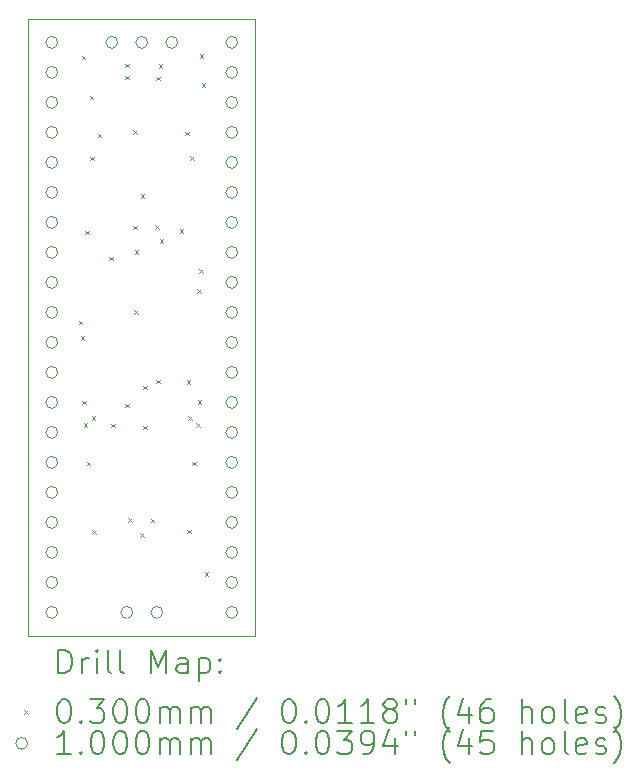
<source format=gbr>
%TF.GenerationSoftware,KiCad,Pcbnew,9.0.7*%
%TF.CreationDate,2026-01-28T19:45:31+11:00*%
%TF.ProjectId,16BitFlashROM_Adaptor,31364269-7446-46c6-9173-68524f4d5f41,rev?*%
%TF.SameCoordinates,Original*%
%TF.FileFunction,Drillmap*%
%TF.FilePolarity,Positive*%
%FSLAX45Y45*%
G04 Gerber Fmt 4.5, Leading zero omitted, Abs format (unit mm)*
G04 Created by KiCad (PCBNEW 9.0.7) date 2026-01-28 19:45:31*
%MOMM*%
%LPD*%
G01*
G04 APERTURE LIST*
%ADD10C,0.100000*%
%ADD11C,0.200000*%
G04 APERTURE END LIST*
D10*
X13770000Y-8690000D02*
X15694000Y-8690000D01*
X15694000Y-13916000D01*
X13770000Y-13916000D01*
X13770000Y-8690000D01*
D11*
D10*
X14199000Y-11247000D02*
X14229000Y-11277000D01*
X14229000Y-11247000D02*
X14199000Y-11277000D01*
X14215000Y-11377000D02*
X14245000Y-11407000D01*
X14245000Y-11377000D02*
X14215000Y-11407000D01*
X14222000Y-9004000D02*
X14252000Y-9034000D01*
X14252000Y-9004000D02*
X14222000Y-9034000D01*
X14227000Y-11923000D02*
X14257000Y-11953000D01*
X14257000Y-11923000D02*
X14227000Y-11953000D01*
X14242000Y-12115000D02*
X14272000Y-12145000D01*
X14272000Y-12115000D02*
X14242000Y-12145000D01*
X14251000Y-10486000D02*
X14281000Y-10516000D01*
X14281000Y-10486000D02*
X14251000Y-10516000D01*
X14264000Y-12441000D02*
X14294000Y-12471000D01*
X14294000Y-12441000D02*
X14264000Y-12471000D01*
X14290000Y-9340000D02*
X14320000Y-9370000D01*
X14320000Y-9340000D02*
X14290000Y-9370000D01*
X14294000Y-9857000D02*
X14324000Y-9887000D01*
X14324000Y-9857000D02*
X14294000Y-9887000D01*
X14307658Y-12053445D02*
X14337658Y-12083445D01*
X14337658Y-12053445D02*
X14307658Y-12083445D01*
X14313000Y-13020000D02*
X14343000Y-13050000D01*
X14343000Y-13020000D02*
X14313000Y-13050000D01*
X14357000Y-9663000D02*
X14387000Y-9693000D01*
X14387000Y-9663000D02*
X14357000Y-9693000D01*
X14454000Y-10706000D02*
X14484000Y-10736000D01*
X14484000Y-10706000D02*
X14454000Y-10736000D01*
X14472000Y-12117000D02*
X14502000Y-12147000D01*
X14502000Y-12117000D02*
X14472000Y-12147000D01*
X14590000Y-9069000D02*
X14620000Y-9099000D01*
X14620000Y-9069000D02*
X14590000Y-9099000D01*
X14590000Y-9174000D02*
X14620000Y-9204000D01*
X14620000Y-9174000D02*
X14590000Y-9204000D01*
X14592000Y-11949000D02*
X14622000Y-11979000D01*
X14622000Y-11949000D02*
X14592000Y-11979000D01*
X14619000Y-12921000D02*
X14649000Y-12951000D01*
X14649000Y-12921000D02*
X14619000Y-12951000D01*
X14659500Y-10443000D02*
X14689500Y-10473000D01*
X14689500Y-10443000D02*
X14659500Y-10473000D01*
X14661000Y-9633000D02*
X14691000Y-9663000D01*
X14691000Y-9633000D02*
X14661000Y-9663000D01*
X14668000Y-11157000D02*
X14698000Y-11187000D01*
X14698000Y-11157000D02*
X14668000Y-11187000D01*
X14671000Y-10648000D02*
X14701000Y-10678000D01*
X14701000Y-10648000D02*
X14671000Y-10678000D01*
X14719000Y-13047000D02*
X14749000Y-13077000D01*
X14749000Y-13047000D02*
X14719000Y-13077000D01*
X14724500Y-10174000D02*
X14754500Y-10204000D01*
X14754500Y-10174000D02*
X14724500Y-10204000D01*
X14742000Y-11798000D02*
X14772000Y-11828000D01*
X14772000Y-11798000D02*
X14742000Y-11828000D01*
X14744000Y-12135000D02*
X14774000Y-12165000D01*
X14774000Y-12135000D02*
X14744000Y-12165000D01*
X14809500Y-12923000D02*
X14839500Y-12953000D01*
X14839500Y-12923000D02*
X14809500Y-12953000D01*
X14844000Y-10440000D02*
X14874000Y-10470000D01*
X14874000Y-10440000D02*
X14844000Y-10470000D01*
X14855000Y-9179000D02*
X14885000Y-9209000D01*
X14885000Y-9179000D02*
X14855000Y-9209000D01*
X14856000Y-11746000D02*
X14886000Y-11776000D01*
X14886000Y-11746000D02*
X14856000Y-11776000D01*
X14877000Y-9076000D02*
X14907000Y-9106000D01*
X14907000Y-9076000D02*
X14877000Y-9106000D01*
X14883000Y-10559000D02*
X14913000Y-10589000D01*
X14913000Y-10559000D02*
X14883000Y-10589000D01*
X15054500Y-10474250D02*
X15084500Y-10504250D01*
X15084500Y-10474250D02*
X15054500Y-10504250D01*
X15101000Y-9646000D02*
X15131000Y-9676000D01*
X15131000Y-9646000D02*
X15101000Y-9676000D01*
X15114000Y-11751000D02*
X15144000Y-11781000D01*
X15144000Y-11751000D02*
X15114000Y-11781000D01*
X15118000Y-13015000D02*
X15148000Y-13045000D01*
X15148000Y-13015000D02*
X15118000Y-13045000D01*
X15123525Y-12056595D02*
X15153525Y-12086595D01*
X15153525Y-12056595D02*
X15123525Y-12086595D01*
X15142000Y-9854000D02*
X15172000Y-9884000D01*
X15172000Y-9854000D02*
X15142000Y-9884000D01*
X15158000Y-12441000D02*
X15188000Y-12471000D01*
X15188000Y-12441000D02*
X15158000Y-12471000D01*
X15192000Y-12115000D02*
X15222000Y-12145000D01*
X15222000Y-12115000D02*
X15192000Y-12145000D01*
X15201000Y-10982250D02*
X15231000Y-11012250D01*
X15231000Y-10982250D02*
X15201000Y-11012250D01*
X15207000Y-11921000D02*
X15237000Y-11951000D01*
X15237000Y-11921000D02*
X15207000Y-11951000D01*
X15217000Y-10811000D02*
X15247000Y-10841000D01*
X15247000Y-10811000D02*
X15217000Y-10841000D01*
X15222000Y-8992000D02*
X15252000Y-9022000D01*
X15252000Y-8992000D02*
X15222000Y-9022000D01*
X15238000Y-9238000D02*
X15268000Y-9268000D01*
X15268000Y-9238000D02*
X15238000Y-9268000D01*
X15265000Y-13377000D02*
X15295000Y-13407000D01*
X15295000Y-13377000D02*
X15265000Y-13407000D01*
X14020000Y-8890000D02*
G75*
G02*
X13920000Y-8890000I-50000J0D01*
G01*
X13920000Y-8890000D02*
G75*
G02*
X14020000Y-8890000I50000J0D01*
G01*
X14020000Y-9144000D02*
G75*
G02*
X13920000Y-9144000I-50000J0D01*
G01*
X13920000Y-9144000D02*
G75*
G02*
X14020000Y-9144000I50000J0D01*
G01*
X14020000Y-9398000D02*
G75*
G02*
X13920000Y-9398000I-50000J0D01*
G01*
X13920000Y-9398000D02*
G75*
G02*
X14020000Y-9398000I50000J0D01*
G01*
X14020000Y-9652000D02*
G75*
G02*
X13920000Y-9652000I-50000J0D01*
G01*
X13920000Y-9652000D02*
G75*
G02*
X14020000Y-9652000I50000J0D01*
G01*
X14020000Y-9906000D02*
G75*
G02*
X13920000Y-9906000I-50000J0D01*
G01*
X13920000Y-9906000D02*
G75*
G02*
X14020000Y-9906000I50000J0D01*
G01*
X14020000Y-10160000D02*
G75*
G02*
X13920000Y-10160000I-50000J0D01*
G01*
X13920000Y-10160000D02*
G75*
G02*
X14020000Y-10160000I50000J0D01*
G01*
X14020000Y-10414000D02*
G75*
G02*
X13920000Y-10414000I-50000J0D01*
G01*
X13920000Y-10414000D02*
G75*
G02*
X14020000Y-10414000I50000J0D01*
G01*
X14020000Y-10668000D02*
G75*
G02*
X13920000Y-10668000I-50000J0D01*
G01*
X13920000Y-10668000D02*
G75*
G02*
X14020000Y-10668000I50000J0D01*
G01*
X14020000Y-10922000D02*
G75*
G02*
X13920000Y-10922000I-50000J0D01*
G01*
X13920000Y-10922000D02*
G75*
G02*
X14020000Y-10922000I50000J0D01*
G01*
X14020000Y-11176000D02*
G75*
G02*
X13920000Y-11176000I-50000J0D01*
G01*
X13920000Y-11176000D02*
G75*
G02*
X14020000Y-11176000I50000J0D01*
G01*
X14020000Y-11430000D02*
G75*
G02*
X13920000Y-11430000I-50000J0D01*
G01*
X13920000Y-11430000D02*
G75*
G02*
X14020000Y-11430000I50000J0D01*
G01*
X14020000Y-11684000D02*
G75*
G02*
X13920000Y-11684000I-50000J0D01*
G01*
X13920000Y-11684000D02*
G75*
G02*
X14020000Y-11684000I50000J0D01*
G01*
X14020000Y-11938000D02*
G75*
G02*
X13920000Y-11938000I-50000J0D01*
G01*
X13920000Y-11938000D02*
G75*
G02*
X14020000Y-11938000I50000J0D01*
G01*
X14020000Y-12192000D02*
G75*
G02*
X13920000Y-12192000I-50000J0D01*
G01*
X13920000Y-12192000D02*
G75*
G02*
X14020000Y-12192000I50000J0D01*
G01*
X14020000Y-12446000D02*
G75*
G02*
X13920000Y-12446000I-50000J0D01*
G01*
X13920000Y-12446000D02*
G75*
G02*
X14020000Y-12446000I50000J0D01*
G01*
X14020000Y-12700000D02*
G75*
G02*
X13920000Y-12700000I-50000J0D01*
G01*
X13920000Y-12700000D02*
G75*
G02*
X14020000Y-12700000I50000J0D01*
G01*
X14020000Y-12954000D02*
G75*
G02*
X13920000Y-12954000I-50000J0D01*
G01*
X13920000Y-12954000D02*
G75*
G02*
X14020000Y-12954000I50000J0D01*
G01*
X14020000Y-13208000D02*
G75*
G02*
X13920000Y-13208000I-50000J0D01*
G01*
X13920000Y-13208000D02*
G75*
G02*
X14020000Y-13208000I50000J0D01*
G01*
X14020000Y-13462000D02*
G75*
G02*
X13920000Y-13462000I-50000J0D01*
G01*
X13920000Y-13462000D02*
G75*
G02*
X14020000Y-13462000I50000J0D01*
G01*
X14020000Y-13716000D02*
G75*
G02*
X13920000Y-13716000I-50000J0D01*
G01*
X13920000Y-13716000D02*
G75*
G02*
X14020000Y-13716000I50000J0D01*
G01*
X14528000Y-8890000D02*
G75*
G02*
X14428000Y-8890000I-50000J0D01*
G01*
X14428000Y-8890000D02*
G75*
G02*
X14528000Y-8890000I50000J0D01*
G01*
X14654500Y-13716000D02*
G75*
G02*
X14554500Y-13716000I-50000J0D01*
G01*
X14554500Y-13716000D02*
G75*
G02*
X14654500Y-13716000I50000J0D01*
G01*
X14782000Y-8890000D02*
G75*
G02*
X14682000Y-8890000I-50000J0D01*
G01*
X14682000Y-8890000D02*
G75*
G02*
X14782000Y-8890000I50000J0D01*
G01*
X14908500Y-13716000D02*
G75*
G02*
X14808500Y-13716000I-50000J0D01*
G01*
X14808500Y-13716000D02*
G75*
G02*
X14908500Y-13716000I50000J0D01*
G01*
X15036000Y-8890000D02*
G75*
G02*
X14936000Y-8890000I-50000J0D01*
G01*
X14936000Y-8890000D02*
G75*
G02*
X15036000Y-8890000I50000J0D01*
G01*
X15544000Y-8890000D02*
G75*
G02*
X15444000Y-8890000I-50000J0D01*
G01*
X15444000Y-8890000D02*
G75*
G02*
X15544000Y-8890000I50000J0D01*
G01*
X15544000Y-9144000D02*
G75*
G02*
X15444000Y-9144000I-50000J0D01*
G01*
X15444000Y-9144000D02*
G75*
G02*
X15544000Y-9144000I50000J0D01*
G01*
X15544000Y-9398000D02*
G75*
G02*
X15444000Y-9398000I-50000J0D01*
G01*
X15444000Y-9398000D02*
G75*
G02*
X15544000Y-9398000I50000J0D01*
G01*
X15544000Y-9652000D02*
G75*
G02*
X15444000Y-9652000I-50000J0D01*
G01*
X15444000Y-9652000D02*
G75*
G02*
X15544000Y-9652000I50000J0D01*
G01*
X15544000Y-9906000D02*
G75*
G02*
X15444000Y-9906000I-50000J0D01*
G01*
X15444000Y-9906000D02*
G75*
G02*
X15544000Y-9906000I50000J0D01*
G01*
X15544000Y-10160000D02*
G75*
G02*
X15444000Y-10160000I-50000J0D01*
G01*
X15444000Y-10160000D02*
G75*
G02*
X15544000Y-10160000I50000J0D01*
G01*
X15544000Y-10414000D02*
G75*
G02*
X15444000Y-10414000I-50000J0D01*
G01*
X15444000Y-10414000D02*
G75*
G02*
X15544000Y-10414000I50000J0D01*
G01*
X15544000Y-10668000D02*
G75*
G02*
X15444000Y-10668000I-50000J0D01*
G01*
X15444000Y-10668000D02*
G75*
G02*
X15544000Y-10668000I50000J0D01*
G01*
X15544000Y-10922000D02*
G75*
G02*
X15444000Y-10922000I-50000J0D01*
G01*
X15444000Y-10922000D02*
G75*
G02*
X15544000Y-10922000I50000J0D01*
G01*
X15544000Y-11176000D02*
G75*
G02*
X15444000Y-11176000I-50000J0D01*
G01*
X15444000Y-11176000D02*
G75*
G02*
X15544000Y-11176000I50000J0D01*
G01*
X15544000Y-11430000D02*
G75*
G02*
X15444000Y-11430000I-50000J0D01*
G01*
X15444000Y-11430000D02*
G75*
G02*
X15544000Y-11430000I50000J0D01*
G01*
X15544000Y-11684000D02*
G75*
G02*
X15444000Y-11684000I-50000J0D01*
G01*
X15444000Y-11684000D02*
G75*
G02*
X15544000Y-11684000I50000J0D01*
G01*
X15544000Y-11938000D02*
G75*
G02*
X15444000Y-11938000I-50000J0D01*
G01*
X15444000Y-11938000D02*
G75*
G02*
X15544000Y-11938000I50000J0D01*
G01*
X15544000Y-12192000D02*
G75*
G02*
X15444000Y-12192000I-50000J0D01*
G01*
X15444000Y-12192000D02*
G75*
G02*
X15544000Y-12192000I50000J0D01*
G01*
X15544000Y-12446000D02*
G75*
G02*
X15444000Y-12446000I-50000J0D01*
G01*
X15444000Y-12446000D02*
G75*
G02*
X15544000Y-12446000I50000J0D01*
G01*
X15544000Y-12700000D02*
G75*
G02*
X15444000Y-12700000I-50000J0D01*
G01*
X15444000Y-12700000D02*
G75*
G02*
X15544000Y-12700000I50000J0D01*
G01*
X15544000Y-12954000D02*
G75*
G02*
X15444000Y-12954000I-50000J0D01*
G01*
X15444000Y-12954000D02*
G75*
G02*
X15544000Y-12954000I50000J0D01*
G01*
X15544000Y-13208000D02*
G75*
G02*
X15444000Y-13208000I-50000J0D01*
G01*
X15444000Y-13208000D02*
G75*
G02*
X15544000Y-13208000I50000J0D01*
G01*
X15544000Y-13462000D02*
G75*
G02*
X15444000Y-13462000I-50000J0D01*
G01*
X15444000Y-13462000D02*
G75*
G02*
X15544000Y-13462000I50000J0D01*
G01*
X15544000Y-13716000D02*
G75*
G02*
X15444000Y-13716000I-50000J0D01*
G01*
X15444000Y-13716000D02*
G75*
G02*
X15544000Y-13716000I50000J0D01*
G01*
D11*
X14025777Y-14232484D02*
X14025777Y-14032484D01*
X14025777Y-14032484D02*
X14073396Y-14032484D01*
X14073396Y-14032484D02*
X14101967Y-14042008D01*
X14101967Y-14042008D02*
X14121015Y-14061055D01*
X14121015Y-14061055D02*
X14130539Y-14080103D01*
X14130539Y-14080103D02*
X14140062Y-14118198D01*
X14140062Y-14118198D02*
X14140062Y-14146769D01*
X14140062Y-14146769D02*
X14130539Y-14184865D01*
X14130539Y-14184865D02*
X14121015Y-14203912D01*
X14121015Y-14203912D02*
X14101967Y-14222960D01*
X14101967Y-14222960D02*
X14073396Y-14232484D01*
X14073396Y-14232484D02*
X14025777Y-14232484D01*
X14225777Y-14232484D02*
X14225777Y-14099150D01*
X14225777Y-14137246D02*
X14235301Y-14118198D01*
X14235301Y-14118198D02*
X14244824Y-14108674D01*
X14244824Y-14108674D02*
X14263872Y-14099150D01*
X14263872Y-14099150D02*
X14282920Y-14099150D01*
X14349586Y-14232484D02*
X14349586Y-14099150D01*
X14349586Y-14032484D02*
X14340062Y-14042008D01*
X14340062Y-14042008D02*
X14349586Y-14051531D01*
X14349586Y-14051531D02*
X14359110Y-14042008D01*
X14359110Y-14042008D02*
X14349586Y-14032484D01*
X14349586Y-14032484D02*
X14349586Y-14051531D01*
X14473396Y-14232484D02*
X14454348Y-14222960D01*
X14454348Y-14222960D02*
X14444824Y-14203912D01*
X14444824Y-14203912D02*
X14444824Y-14032484D01*
X14578158Y-14232484D02*
X14559110Y-14222960D01*
X14559110Y-14222960D02*
X14549586Y-14203912D01*
X14549586Y-14203912D02*
X14549586Y-14032484D01*
X14806729Y-14232484D02*
X14806729Y-14032484D01*
X14806729Y-14032484D02*
X14873396Y-14175341D01*
X14873396Y-14175341D02*
X14940062Y-14032484D01*
X14940062Y-14032484D02*
X14940062Y-14232484D01*
X15121015Y-14232484D02*
X15121015Y-14127722D01*
X15121015Y-14127722D02*
X15111491Y-14108674D01*
X15111491Y-14108674D02*
X15092443Y-14099150D01*
X15092443Y-14099150D02*
X15054348Y-14099150D01*
X15054348Y-14099150D02*
X15035301Y-14108674D01*
X15121015Y-14222960D02*
X15101967Y-14232484D01*
X15101967Y-14232484D02*
X15054348Y-14232484D01*
X15054348Y-14232484D02*
X15035301Y-14222960D01*
X15035301Y-14222960D02*
X15025777Y-14203912D01*
X15025777Y-14203912D02*
X15025777Y-14184865D01*
X15025777Y-14184865D02*
X15035301Y-14165817D01*
X15035301Y-14165817D02*
X15054348Y-14156293D01*
X15054348Y-14156293D02*
X15101967Y-14156293D01*
X15101967Y-14156293D02*
X15121015Y-14146769D01*
X15216253Y-14099150D02*
X15216253Y-14299150D01*
X15216253Y-14108674D02*
X15235301Y-14099150D01*
X15235301Y-14099150D02*
X15273396Y-14099150D01*
X15273396Y-14099150D02*
X15292443Y-14108674D01*
X15292443Y-14108674D02*
X15301967Y-14118198D01*
X15301967Y-14118198D02*
X15311491Y-14137246D01*
X15311491Y-14137246D02*
X15311491Y-14194388D01*
X15311491Y-14194388D02*
X15301967Y-14213436D01*
X15301967Y-14213436D02*
X15292443Y-14222960D01*
X15292443Y-14222960D02*
X15273396Y-14232484D01*
X15273396Y-14232484D02*
X15235301Y-14232484D01*
X15235301Y-14232484D02*
X15216253Y-14222960D01*
X15397205Y-14213436D02*
X15406729Y-14222960D01*
X15406729Y-14222960D02*
X15397205Y-14232484D01*
X15397205Y-14232484D02*
X15387682Y-14222960D01*
X15387682Y-14222960D02*
X15397205Y-14213436D01*
X15397205Y-14213436D02*
X15397205Y-14232484D01*
X15397205Y-14108674D02*
X15406729Y-14118198D01*
X15406729Y-14118198D02*
X15397205Y-14127722D01*
X15397205Y-14127722D02*
X15387682Y-14118198D01*
X15387682Y-14118198D02*
X15397205Y-14108674D01*
X15397205Y-14108674D02*
X15397205Y-14127722D01*
D10*
X13735000Y-14546000D02*
X13765000Y-14576000D01*
X13765000Y-14546000D02*
X13735000Y-14576000D01*
D11*
X14063872Y-14452484D02*
X14082920Y-14452484D01*
X14082920Y-14452484D02*
X14101967Y-14462008D01*
X14101967Y-14462008D02*
X14111491Y-14471531D01*
X14111491Y-14471531D02*
X14121015Y-14490579D01*
X14121015Y-14490579D02*
X14130539Y-14528674D01*
X14130539Y-14528674D02*
X14130539Y-14576293D01*
X14130539Y-14576293D02*
X14121015Y-14614388D01*
X14121015Y-14614388D02*
X14111491Y-14633436D01*
X14111491Y-14633436D02*
X14101967Y-14642960D01*
X14101967Y-14642960D02*
X14082920Y-14652484D01*
X14082920Y-14652484D02*
X14063872Y-14652484D01*
X14063872Y-14652484D02*
X14044824Y-14642960D01*
X14044824Y-14642960D02*
X14035301Y-14633436D01*
X14035301Y-14633436D02*
X14025777Y-14614388D01*
X14025777Y-14614388D02*
X14016253Y-14576293D01*
X14016253Y-14576293D02*
X14016253Y-14528674D01*
X14016253Y-14528674D02*
X14025777Y-14490579D01*
X14025777Y-14490579D02*
X14035301Y-14471531D01*
X14035301Y-14471531D02*
X14044824Y-14462008D01*
X14044824Y-14462008D02*
X14063872Y-14452484D01*
X14216253Y-14633436D02*
X14225777Y-14642960D01*
X14225777Y-14642960D02*
X14216253Y-14652484D01*
X14216253Y-14652484D02*
X14206729Y-14642960D01*
X14206729Y-14642960D02*
X14216253Y-14633436D01*
X14216253Y-14633436D02*
X14216253Y-14652484D01*
X14292443Y-14452484D02*
X14416253Y-14452484D01*
X14416253Y-14452484D02*
X14349586Y-14528674D01*
X14349586Y-14528674D02*
X14378158Y-14528674D01*
X14378158Y-14528674D02*
X14397205Y-14538198D01*
X14397205Y-14538198D02*
X14406729Y-14547722D01*
X14406729Y-14547722D02*
X14416253Y-14566769D01*
X14416253Y-14566769D02*
X14416253Y-14614388D01*
X14416253Y-14614388D02*
X14406729Y-14633436D01*
X14406729Y-14633436D02*
X14397205Y-14642960D01*
X14397205Y-14642960D02*
X14378158Y-14652484D01*
X14378158Y-14652484D02*
X14321015Y-14652484D01*
X14321015Y-14652484D02*
X14301967Y-14642960D01*
X14301967Y-14642960D02*
X14292443Y-14633436D01*
X14540062Y-14452484D02*
X14559110Y-14452484D01*
X14559110Y-14452484D02*
X14578158Y-14462008D01*
X14578158Y-14462008D02*
X14587682Y-14471531D01*
X14587682Y-14471531D02*
X14597205Y-14490579D01*
X14597205Y-14490579D02*
X14606729Y-14528674D01*
X14606729Y-14528674D02*
X14606729Y-14576293D01*
X14606729Y-14576293D02*
X14597205Y-14614388D01*
X14597205Y-14614388D02*
X14587682Y-14633436D01*
X14587682Y-14633436D02*
X14578158Y-14642960D01*
X14578158Y-14642960D02*
X14559110Y-14652484D01*
X14559110Y-14652484D02*
X14540062Y-14652484D01*
X14540062Y-14652484D02*
X14521015Y-14642960D01*
X14521015Y-14642960D02*
X14511491Y-14633436D01*
X14511491Y-14633436D02*
X14501967Y-14614388D01*
X14501967Y-14614388D02*
X14492443Y-14576293D01*
X14492443Y-14576293D02*
X14492443Y-14528674D01*
X14492443Y-14528674D02*
X14501967Y-14490579D01*
X14501967Y-14490579D02*
X14511491Y-14471531D01*
X14511491Y-14471531D02*
X14521015Y-14462008D01*
X14521015Y-14462008D02*
X14540062Y-14452484D01*
X14730539Y-14452484D02*
X14749586Y-14452484D01*
X14749586Y-14452484D02*
X14768634Y-14462008D01*
X14768634Y-14462008D02*
X14778158Y-14471531D01*
X14778158Y-14471531D02*
X14787682Y-14490579D01*
X14787682Y-14490579D02*
X14797205Y-14528674D01*
X14797205Y-14528674D02*
X14797205Y-14576293D01*
X14797205Y-14576293D02*
X14787682Y-14614388D01*
X14787682Y-14614388D02*
X14778158Y-14633436D01*
X14778158Y-14633436D02*
X14768634Y-14642960D01*
X14768634Y-14642960D02*
X14749586Y-14652484D01*
X14749586Y-14652484D02*
X14730539Y-14652484D01*
X14730539Y-14652484D02*
X14711491Y-14642960D01*
X14711491Y-14642960D02*
X14701967Y-14633436D01*
X14701967Y-14633436D02*
X14692443Y-14614388D01*
X14692443Y-14614388D02*
X14682920Y-14576293D01*
X14682920Y-14576293D02*
X14682920Y-14528674D01*
X14682920Y-14528674D02*
X14692443Y-14490579D01*
X14692443Y-14490579D02*
X14701967Y-14471531D01*
X14701967Y-14471531D02*
X14711491Y-14462008D01*
X14711491Y-14462008D02*
X14730539Y-14452484D01*
X14882920Y-14652484D02*
X14882920Y-14519150D01*
X14882920Y-14538198D02*
X14892443Y-14528674D01*
X14892443Y-14528674D02*
X14911491Y-14519150D01*
X14911491Y-14519150D02*
X14940063Y-14519150D01*
X14940063Y-14519150D02*
X14959110Y-14528674D01*
X14959110Y-14528674D02*
X14968634Y-14547722D01*
X14968634Y-14547722D02*
X14968634Y-14652484D01*
X14968634Y-14547722D02*
X14978158Y-14528674D01*
X14978158Y-14528674D02*
X14997205Y-14519150D01*
X14997205Y-14519150D02*
X15025777Y-14519150D01*
X15025777Y-14519150D02*
X15044824Y-14528674D01*
X15044824Y-14528674D02*
X15054348Y-14547722D01*
X15054348Y-14547722D02*
X15054348Y-14652484D01*
X15149586Y-14652484D02*
X15149586Y-14519150D01*
X15149586Y-14538198D02*
X15159110Y-14528674D01*
X15159110Y-14528674D02*
X15178158Y-14519150D01*
X15178158Y-14519150D02*
X15206729Y-14519150D01*
X15206729Y-14519150D02*
X15225777Y-14528674D01*
X15225777Y-14528674D02*
X15235301Y-14547722D01*
X15235301Y-14547722D02*
X15235301Y-14652484D01*
X15235301Y-14547722D02*
X15244824Y-14528674D01*
X15244824Y-14528674D02*
X15263872Y-14519150D01*
X15263872Y-14519150D02*
X15292443Y-14519150D01*
X15292443Y-14519150D02*
X15311491Y-14528674D01*
X15311491Y-14528674D02*
X15321015Y-14547722D01*
X15321015Y-14547722D02*
X15321015Y-14652484D01*
X15711491Y-14442960D02*
X15540063Y-14700103D01*
X15968634Y-14452484D02*
X15987682Y-14452484D01*
X15987682Y-14452484D02*
X16006729Y-14462008D01*
X16006729Y-14462008D02*
X16016253Y-14471531D01*
X16016253Y-14471531D02*
X16025777Y-14490579D01*
X16025777Y-14490579D02*
X16035301Y-14528674D01*
X16035301Y-14528674D02*
X16035301Y-14576293D01*
X16035301Y-14576293D02*
X16025777Y-14614388D01*
X16025777Y-14614388D02*
X16016253Y-14633436D01*
X16016253Y-14633436D02*
X16006729Y-14642960D01*
X16006729Y-14642960D02*
X15987682Y-14652484D01*
X15987682Y-14652484D02*
X15968634Y-14652484D01*
X15968634Y-14652484D02*
X15949586Y-14642960D01*
X15949586Y-14642960D02*
X15940063Y-14633436D01*
X15940063Y-14633436D02*
X15930539Y-14614388D01*
X15930539Y-14614388D02*
X15921015Y-14576293D01*
X15921015Y-14576293D02*
X15921015Y-14528674D01*
X15921015Y-14528674D02*
X15930539Y-14490579D01*
X15930539Y-14490579D02*
X15940063Y-14471531D01*
X15940063Y-14471531D02*
X15949586Y-14462008D01*
X15949586Y-14462008D02*
X15968634Y-14452484D01*
X16121015Y-14633436D02*
X16130539Y-14642960D01*
X16130539Y-14642960D02*
X16121015Y-14652484D01*
X16121015Y-14652484D02*
X16111491Y-14642960D01*
X16111491Y-14642960D02*
X16121015Y-14633436D01*
X16121015Y-14633436D02*
X16121015Y-14652484D01*
X16254348Y-14452484D02*
X16273396Y-14452484D01*
X16273396Y-14452484D02*
X16292444Y-14462008D01*
X16292444Y-14462008D02*
X16301967Y-14471531D01*
X16301967Y-14471531D02*
X16311491Y-14490579D01*
X16311491Y-14490579D02*
X16321015Y-14528674D01*
X16321015Y-14528674D02*
X16321015Y-14576293D01*
X16321015Y-14576293D02*
X16311491Y-14614388D01*
X16311491Y-14614388D02*
X16301967Y-14633436D01*
X16301967Y-14633436D02*
X16292444Y-14642960D01*
X16292444Y-14642960D02*
X16273396Y-14652484D01*
X16273396Y-14652484D02*
X16254348Y-14652484D01*
X16254348Y-14652484D02*
X16235301Y-14642960D01*
X16235301Y-14642960D02*
X16225777Y-14633436D01*
X16225777Y-14633436D02*
X16216253Y-14614388D01*
X16216253Y-14614388D02*
X16206729Y-14576293D01*
X16206729Y-14576293D02*
X16206729Y-14528674D01*
X16206729Y-14528674D02*
X16216253Y-14490579D01*
X16216253Y-14490579D02*
X16225777Y-14471531D01*
X16225777Y-14471531D02*
X16235301Y-14462008D01*
X16235301Y-14462008D02*
X16254348Y-14452484D01*
X16511491Y-14652484D02*
X16397206Y-14652484D01*
X16454348Y-14652484D02*
X16454348Y-14452484D01*
X16454348Y-14452484D02*
X16435301Y-14481055D01*
X16435301Y-14481055D02*
X16416253Y-14500103D01*
X16416253Y-14500103D02*
X16397206Y-14509627D01*
X16701967Y-14652484D02*
X16587682Y-14652484D01*
X16644825Y-14652484D02*
X16644825Y-14452484D01*
X16644825Y-14452484D02*
X16625777Y-14481055D01*
X16625777Y-14481055D02*
X16606729Y-14500103D01*
X16606729Y-14500103D02*
X16587682Y-14509627D01*
X16816253Y-14538198D02*
X16797206Y-14528674D01*
X16797206Y-14528674D02*
X16787682Y-14519150D01*
X16787682Y-14519150D02*
X16778158Y-14500103D01*
X16778158Y-14500103D02*
X16778158Y-14490579D01*
X16778158Y-14490579D02*
X16787682Y-14471531D01*
X16787682Y-14471531D02*
X16797206Y-14462008D01*
X16797206Y-14462008D02*
X16816253Y-14452484D01*
X16816253Y-14452484D02*
X16854349Y-14452484D01*
X16854349Y-14452484D02*
X16873396Y-14462008D01*
X16873396Y-14462008D02*
X16882920Y-14471531D01*
X16882920Y-14471531D02*
X16892444Y-14490579D01*
X16892444Y-14490579D02*
X16892444Y-14500103D01*
X16892444Y-14500103D02*
X16882920Y-14519150D01*
X16882920Y-14519150D02*
X16873396Y-14528674D01*
X16873396Y-14528674D02*
X16854349Y-14538198D01*
X16854349Y-14538198D02*
X16816253Y-14538198D01*
X16816253Y-14538198D02*
X16797206Y-14547722D01*
X16797206Y-14547722D02*
X16787682Y-14557246D01*
X16787682Y-14557246D02*
X16778158Y-14576293D01*
X16778158Y-14576293D02*
X16778158Y-14614388D01*
X16778158Y-14614388D02*
X16787682Y-14633436D01*
X16787682Y-14633436D02*
X16797206Y-14642960D01*
X16797206Y-14642960D02*
X16816253Y-14652484D01*
X16816253Y-14652484D02*
X16854349Y-14652484D01*
X16854349Y-14652484D02*
X16873396Y-14642960D01*
X16873396Y-14642960D02*
X16882920Y-14633436D01*
X16882920Y-14633436D02*
X16892444Y-14614388D01*
X16892444Y-14614388D02*
X16892444Y-14576293D01*
X16892444Y-14576293D02*
X16882920Y-14557246D01*
X16882920Y-14557246D02*
X16873396Y-14547722D01*
X16873396Y-14547722D02*
X16854349Y-14538198D01*
X16968634Y-14452484D02*
X16968634Y-14490579D01*
X17044825Y-14452484D02*
X17044825Y-14490579D01*
X17340063Y-14728674D02*
X17330539Y-14719150D01*
X17330539Y-14719150D02*
X17311491Y-14690579D01*
X17311491Y-14690579D02*
X17301968Y-14671531D01*
X17301968Y-14671531D02*
X17292444Y-14642960D01*
X17292444Y-14642960D02*
X17282920Y-14595341D01*
X17282920Y-14595341D02*
X17282920Y-14557246D01*
X17282920Y-14557246D02*
X17292444Y-14509627D01*
X17292444Y-14509627D02*
X17301968Y-14481055D01*
X17301968Y-14481055D02*
X17311491Y-14462008D01*
X17311491Y-14462008D02*
X17330539Y-14433436D01*
X17330539Y-14433436D02*
X17340063Y-14423912D01*
X17501968Y-14519150D02*
X17501968Y-14652484D01*
X17454349Y-14442960D02*
X17406730Y-14585817D01*
X17406730Y-14585817D02*
X17530539Y-14585817D01*
X17692444Y-14452484D02*
X17654349Y-14452484D01*
X17654349Y-14452484D02*
X17635301Y-14462008D01*
X17635301Y-14462008D02*
X17625777Y-14471531D01*
X17625777Y-14471531D02*
X17606730Y-14500103D01*
X17606730Y-14500103D02*
X17597206Y-14538198D01*
X17597206Y-14538198D02*
X17597206Y-14614388D01*
X17597206Y-14614388D02*
X17606730Y-14633436D01*
X17606730Y-14633436D02*
X17616253Y-14642960D01*
X17616253Y-14642960D02*
X17635301Y-14652484D01*
X17635301Y-14652484D02*
X17673396Y-14652484D01*
X17673396Y-14652484D02*
X17692444Y-14642960D01*
X17692444Y-14642960D02*
X17701968Y-14633436D01*
X17701968Y-14633436D02*
X17711491Y-14614388D01*
X17711491Y-14614388D02*
X17711491Y-14566769D01*
X17711491Y-14566769D02*
X17701968Y-14547722D01*
X17701968Y-14547722D02*
X17692444Y-14538198D01*
X17692444Y-14538198D02*
X17673396Y-14528674D01*
X17673396Y-14528674D02*
X17635301Y-14528674D01*
X17635301Y-14528674D02*
X17616253Y-14538198D01*
X17616253Y-14538198D02*
X17606730Y-14547722D01*
X17606730Y-14547722D02*
X17597206Y-14566769D01*
X17949587Y-14652484D02*
X17949587Y-14452484D01*
X18035301Y-14652484D02*
X18035301Y-14547722D01*
X18035301Y-14547722D02*
X18025777Y-14528674D01*
X18025777Y-14528674D02*
X18006730Y-14519150D01*
X18006730Y-14519150D02*
X17978158Y-14519150D01*
X17978158Y-14519150D02*
X17959111Y-14528674D01*
X17959111Y-14528674D02*
X17949587Y-14538198D01*
X18159111Y-14652484D02*
X18140063Y-14642960D01*
X18140063Y-14642960D02*
X18130539Y-14633436D01*
X18130539Y-14633436D02*
X18121015Y-14614388D01*
X18121015Y-14614388D02*
X18121015Y-14557246D01*
X18121015Y-14557246D02*
X18130539Y-14538198D01*
X18130539Y-14538198D02*
X18140063Y-14528674D01*
X18140063Y-14528674D02*
X18159111Y-14519150D01*
X18159111Y-14519150D02*
X18187682Y-14519150D01*
X18187682Y-14519150D02*
X18206730Y-14528674D01*
X18206730Y-14528674D02*
X18216253Y-14538198D01*
X18216253Y-14538198D02*
X18225777Y-14557246D01*
X18225777Y-14557246D02*
X18225777Y-14614388D01*
X18225777Y-14614388D02*
X18216253Y-14633436D01*
X18216253Y-14633436D02*
X18206730Y-14642960D01*
X18206730Y-14642960D02*
X18187682Y-14652484D01*
X18187682Y-14652484D02*
X18159111Y-14652484D01*
X18340063Y-14652484D02*
X18321015Y-14642960D01*
X18321015Y-14642960D02*
X18311492Y-14623912D01*
X18311492Y-14623912D02*
X18311492Y-14452484D01*
X18492444Y-14642960D02*
X18473396Y-14652484D01*
X18473396Y-14652484D02*
X18435301Y-14652484D01*
X18435301Y-14652484D02*
X18416253Y-14642960D01*
X18416253Y-14642960D02*
X18406730Y-14623912D01*
X18406730Y-14623912D02*
X18406730Y-14547722D01*
X18406730Y-14547722D02*
X18416253Y-14528674D01*
X18416253Y-14528674D02*
X18435301Y-14519150D01*
X18435301Y-14519150D02*
X18473396Y-14519150D01*
X18473396Y-14519150D02*
X18492444Y-14528674D01*
X18492444Y-14528674D02*
X18501968Y-14547722D01*
X18501968Y-14547722D02*
X18501968Y-14566769D01*
X18501968Y-14566769D02*
X18406730Y-14585817D01*
X18578158Y-14642960D02*
X18597206Y-14652484D01*
X18597206Y-14652484D02*
X18635301Y-14652484D01*
X18635301Y-14652484D02*
X18654349Y-14642960D01*
X18654349Y-14642960D02*
X18663873Y-14623912D01*
X18663873Y-14623912D02*
X18663873Y-14614388D01*
X18663873Y-14614388D02*
X18654349Y-14595341D01*
X18654349Y-14595341D02*
X18635301Y-14585817D01*
X18635301Y-14585817D02*
X18606730Y-14585817D01*
X18606730Y-14585817D02*
X18587682Y-14576293D01*
X18587682Y-14576293D02*
X18578158Y-14557246D01*
X18578158Y-14557246D02*
X18578158Y-14547722D01*
X18578158Y-14547722D02*
X18587682Y-14528674D01*
X18587682Y-14528674D02*
X18606730Y-14519150D01*
X18606730Y-14519150D02*
X18635301Y-14519150D01*
X18635301Y-14519150D02*
X18654349Y-14528674D01*
X18730539Y-14728674D02*
X18740063Y-14719150D01*
X18740063Y-14719150D02*
X18759111Y-14690579D01*
X18759111Y-14690579D02*
X18768634Y-14671531D01*
X18768634Y-14671531D02*
X18778158Y-14642960D01*
X18778158Y-14642960D02*
X18787682Y-14595341D01*
X18787682Y-14595341D02*
X18787682Y-14557246D01*
X18787682Y-14557246D02*
X18778158Y-14509627D01*
X18778158Y-14509627D02*
X18768634Y-14481055D01*
X18768634Y-14481055D02*
X18759111Y-14462008D01*
X18759111Y-14462008D02*
X18740063Y-14433436D01*
X18740063Y-14433436D02*
X18730539Y-14423912D01*
D10*
X13765000Y-14825000D02*
G75*
G02*
X13665000Y-14825000I-50000J0D01*
G01*
X13665000Y-14825000D02*
G75*
G02*
X13765000Y-14825000I50000J0D01*
G01*
D11*
X14130539Y-14916484D02*
X14016253Y-14916484D01*
X14073396Y-14916484D02*
X14073396Y-14716484D01*
X14073396Y-14716484D02*
X14054348Y-14745055D01*
X14054348Y-14745055D02*
X14035301Y-14764103D01*
X14035301Y-14764103D02*
X14016253Y-14773627D01*
X14216253Y-14897436D02*
X14225777Y-14906960D01*
X14225777Y-14906960D02*
X14216253Y-14916484D01*
X14216253Y-14916484D02*
X14206729Y-14906960D01*
X14206729Y-14906960D02*
X14216253Y-14897436D01*
X14216253Y-14897436D02*
X14216253Y-14916484D01*
X14349586Y-14716484D02*
X14368634Y-14716484D01*
X14368634Y-14716484D02*
X14387682Y-14726008D01*
X14387682Y-14726008D02*
X14397205Y-14735531D01*
X14397205Y-14735531D02*
X14406729Y-14754579D01*
X14406729Y-14754579D02*
X14416253Y-14792674D01*
X14416253Y-14792674D02*
X14416253Y-14840293D01*
X14416253Y-14840293D02*
X14406729Y-14878388D01*
X14406729Y-14878388D02*
X14397205Y-14897436D01*
X14397205Y-14897436D02*
X14387682Y-14906960D01*
X14387682Y-14906960D02*
X14368634Y-14916484D01*
X14368634Y-14916484D02*
X14349586Y-14916484D01*
X14349586Y-14916484D02*
X14330539Y-14906960D01*
X14330539Y-14906960D02*
X14321015Y-14897436D01*
X14321015Y-14897436D02*
X14311491Y-14878388D01*
X14311491Y-14878388D02*
X14301967Y-14840293D01*
X14301967Y-14840293D02*
X14301967Y-14792674D01*
X14301967Y-14792674D02*
X14311491Y-14754579D01*
X14311491Y-14754579D02*
X14321015Y-14735531D01*
X14321015Y-14735531D02*
X14330539Y-14726008D01*
X14330539Y-14726008D02*
X14349586Y-14716484D01*
X14540062Y-14716484D02*
X14559110Y-14716484D01*
X14559110Y-14716484D02*
X14578158Y-14726008D01*
X14578158Y-14726008D02*
X14587682Y-14735531D01*
X14587682Y-14735531D02*
X14597205Y-14754579D01*
X14597205Y-14754579D02*
X14606729Y-14792674D01*
X14606729Y-14792674D02*
X14606729Y-14840293D01*
X14606729Y-14840293D02*
X14597205Y-14878388D01*
X14597205Y-14878388D02*
X14587682Y-14897436D01*
X14587682Y-14897436D02*
X14578158Y-14906960D01*
X14578158Y-14906960D02*
X14559110Y-14916484D01*
X14559110Y-14916484D02*
X14540062Y-14916484D01*
X14540062Y-14916484D02*
X14521015Y-14906960D01*
X14521015Y-14906960D02*
X14511491Y-14897436D01*
X14511491Y-14897436D02*
X14501967Y-14878388D01*
X14501967Y-14878388D02*
X14492443Y-14840293D01*
X14492443Y-14840293D02*
X14492443Y-14792674D01*
X14492443Y-14792674D02*
X14501967Y-14754579D01*
X14501967Y-14754579D02*
X14511491Y-14735531D01*
X14511491Y-14735531D02*
X14521015Y-14726008D01*
X14521015Y-14726008D02*
X14540062Y-14716484D01*
X14730539Y-14716484D02*
X14749586Y-14716484D01*
X14749586Y-14716484D02*
X14768634Y-14726008D01*
X14768634Y-14726008D02*
X14778158Y-14735531D01*
X14778158Y-14735531D02*
X14787682Y-14754579D01*
X14787682Y-14754579D02*
X14797205Y-14792674D01*
X14797205Y-14792674D02*
X14797205Y-14840293D01*
X14797205Y-14840293D02*
X14787682Y-14878388D01*
X14787682Y-14878388D02*
X14778158Y-14897436D01*
X14778158Y-14897436D02*
X14768634Y-14906960D01*
X14768634Y-14906960D02*
X14749586Y-14916484D01*
X14749586Y-14916484D02*
X14730539Y-14916484D01*
X14730539Y-14916484D02*
X14711491Y-14906960D01*
X14711491Y-14906960D02*
X14701967Y-14897436D01*
X14701967Y-14897436D02*
X14692443Y-14878388D01*
X14692443Y-14878388D02*
X14682920Y-14840293D01*
X14682920Y-14840293D02*
X14682920Y-14792674D01*
X14682920Y-14792674D02*
X14692443Y-14754579D01*
X14692443Y-14754579D02*
X14701967Y-14735531D01*
X14701967Y-14735531D02*
X14711491Y-14726008D01*
X14711491Y-14726008D02*
X14730539Y-14716484D01*
X14882920Y-14916484D02*
X14882920Y-14783150D01*
X14882920Y-14802198D02*
X14892443Y-14792674D01*
X14892443Y-14792674D02*
X14911491Y-14783150D01*
X14911491Y-14783150D02*
X14940063Y-14783150D01*
X14940063Y-14783150D02*
X14959110Y-14792674D01*
X14959110Y-14792674D02*
X14968634Y-14811722D01*
X14968634Y-14811722D02*
X14968634Y-14916484D01*
X14968634Y-14811722D02*
X14978158Y-14792674D01*
X14978158Y-14792674D02*
X14997205Y-14783150D01*
X14997205Y-14783150D02*
X15025777Y-14783150D01*
X15025777Y-14783150D02*
X15044824Y-14792674D01*
X15044824Y-14792674D02*
X15054348Y-14811722D01*
X15054348Y-14811722D02*
X15054348Y-14916484D01*
X15149586Y-14916484D02*
X15149586Y-14783150D01*
X15149586Y-14802198D02*
X15159110Y-14792674D01*
X15159110Y-14792674D02*
X15178158Y-14783150D01*
X15178158Y-14783150D02*
X15206729Y-14783150D01*
X15206729Y-14783150D02*
X15225777Y-14792674D01*
X15225777Y-14792674D02*
X15235301Y-14811722D01*
X15235301Y-14811722D02*
X15235301Y-14916484D01*
X15235301Y-14811722D02*
X15244824Y-14792674D01*
X15244824Y-14792674D02*
X15263872Y-14783150D01*
X15263872Y-14783150D02*
X15292443Y-14783150D01*
X15292443Y-14783150D02*
X15311491Y-14792674D01*
X15311491Y-14792674D02*
X15321015Y-14811722D01*
X15321015Y-14811722D02*
X15321015Y-14916484D01*
X15711491Y-14706960D02*
X15540063Y-14964103D01*
X15968634Y-14716484D02*
X15987682Y-14716484D01*
X15987682Y-14716484D02*
X16006729Y-14726008D01*
X16006729Y-14726008D02*
X16016253Y-14735531D01*
X16016253Y-14735531D02*
X16025777Y-14754579D01*
X16025777Y-14754579D02*
X16035301Y-14792674D01*
X16035301Y-14792674D02*
X16035301Y-14840293D01*
X16035301Y-14840293D02*
X16025777Y-14878388D01*
X16025777Y-14878388D02*
X16016253Y-14897436D01*
X16016253Y-14897436D02*
X16006729Y-14906960D01*
X16006729Y-14906960D02*
X15987682Y-14916484D01*
X15987682Y-14916484D02*
X15968634Y-14916484D01*
X15968634Y-14916484D02*
X15949586Y-14906960D01*
X15949586Y-14906960D02*
X15940063Y-14897436D01*
X15940063Y-14897436D02*
X15930539Y-14878388D01*
X15930539Y-14878388D02*
X15921015Y-14840293D01*
X15921015Y-14840293D02*
X15921015Y-14792674D01*
X15921015Y-14792674D02*
X15930539Y-14754579D01*
X15930539Y-14754579D02*
X15940063Y-14735531D01*
X15940063Y-14735531D02*
X15949586Y-14726008D01*
X15949586Y-14726008D02*
X15968634Y-14716484D01*
X16121015Y-14897436D02*
X16130539Y-14906960D01*
X16130539Y-14906960D02*
X16121015Y-14916484D01*
X16121015Y-14916484D02*
X16111491Y-14906960D01*
X16111491Y-14906960D02*
X16121015Y-14897436D01*
X16121015Y-14897436D02*
X16121015Y-14916484D01*
X16254348Y-14716484D02*
X16273396Y-14716484D01*
X16273396Y-14716484D02*
X16292444Y-14726008D01*
X16292444Y-14726008D02*
X16301967Y-14735531D01*
X16301967Y-14735531D02*
X16311491Y-14754579D01*
X16311491Y-14754579D02*
X16321015Y-14792674D01*
X16321015Y-14792674D02*
X16321015Y-14840293D01*
X16321015Y-14840293D02*
X16311491Y-14878388D01*
X16311491Y-14878388D02*
X16301967Y-14897436D01*
X16301967Y-14897436D02*
X16292444Y-14906960D01*
X16292444Y-14906960D02*
X16273396Y-14916484D01*
X16273396Y-14916484D02*
X16254348Y-14916484D01*
X16254348Y-14916484D02*
X16235301Y-14906960D01*
X16235301Y-14906960D02*
X16225777Y-14897436D01*
X16225777Y-14897436D02*
X16216253Y-14878388D01*
X16216253Y-14878388D02*
X16206729Y-14840293D01*
X16206729Y-14840293D02*
X16206729Y-14792674D01*
X16206729Y-14792674D02*
X16216253Y-14754579D01*
X16216253Y-14754579D02*
X16225777Y-14735531D01*
X16225777Y-14735531D02*
X16235301Y-14726008D01*
X16235301Y-14726008D02*
X16254348Y-14716484D01*
X16387682Y-14716484D02*
X16511491Y-14716484D01*
X16511491Y-14716484D02*
X16444825Y-14792674D01*
X16444825Y-14792674D02*
X16473396Y-14792674D01*
X16473396Y-14792674D02*
X16492444Y-14802198D01*
X16492444Y-14802198D02*
X16501967Y-14811722D01*
X16501967Y-14811722D02*
X16511491Y-14830769D01*
X16511491Y-14830769D02*
X16511491Y-14878388D01*
X16511491Y-14878388D02*
X16501967Y-14897436D01*
X16501967Y-14897436D02*
X16492444Y-14906960D01*
X16492444Y-14906960D02*
X16473396Y-14916484D01*
X16473396Y-14916484D02*
X16416253Y-14916484D01*
X16416253Y-14916484D02*
X16397206Y-14906960D01*
X16397206Y-14906960D02*
X16387682Y-14897436D01*
X16606729Y-14916484D02*
X16644825Y-14916484D01*
X16644825Y-14916484D02*
X16663872Y-14906960D01*
X16663872Y-14906960D02*
X16673396Y-14897436D01*
X16673396Y-14897436D02*
X16692444Y-14868865D01*
X16692444Y-14868865D02*
X16701967Y-14830769D01*
X16701967Y-14830769D02*
X16701967Y-14754579D01*
X16701967Y-14754579D02*
X16692444Y-14735531D01*
X16692444Y-14735531D02*
X16682920Y-14726008D01*
X16682920Y-14726008D02*
X16663872Y-14716484D01*
X16663872Y-14716484D02*
X16625777Y-14716484D01*
X16625777Y-14716484D02*
X16606729Y-14726008D01*
X16606729Y-14726008D02*
X16597206Y-14735531D01*
X16597206Y-14735531D02*
X16587682Y-14754579D01*
X16587682Y-14754579D02*
X16587682Y-14802198D01*
X16587682Y-14802198D02*
X16597206Y-14821246D01*
X16597206Y-14821246D02*
X16606729Y-14830769D01*
X16606729Y-14830769D02*
X16625777Y-14840293D01*
X16625777Y-14840293D02*
X16663872Y-14840293D01*
X16663872Y-14840293D02*
X16682920Y-14830769D01*
X16682920Y-14830769D02*
X16692444Y-14821246D01*
X16692444Y-14821246D02*
X16701967Y-14802198D01*
X16873396Y-14783150D02*
X16873396Y-14916484D01*
X16825777Y-14706960D02*
X16778158Y-14849817D01*
X16778158Y-14849817D02*
X16901968Y-14849817D01*
X16968634Y-14716484D02*
X16968634Y-14754579D01*
X17044825Y-14716484D02*
X17044825Y-14754579D01*
X17340063Y-14992674D02*
X17330539Y-14983150D01*
X17330539Y-14983150D02*
X17311491Y-14954579D01*
X17311491Y-14954579D02*
X17301968Y-14935531D01*
X17301968Y-14935531D02*
X17292444Y-14906960D01*
X17292444Y-14906960D02*
X17282920Y-14859341D01*
X17282920Y-14859341D02*
X17282920Y-14821246D01*
X17282920Y-14821246D02*
X17292444Y-14773627D01*
X17292444Y-14773627D02*
X17301968Y-14745055D01*
X17301968Y-14745055D02*
X17311491Y-14726008D01*
X17311491Y-14726008D02*
X17330539Y-14697436D01*
X17330539Y-14697436D02*
X17340063Y-14687912D01*
X17501968Y-14783150D02*
X17501968Y-14916484D01*
X17454349Y-14706960D02*
X17406730Y-14849817D01*
X17406730Y-14849817D02*
X17530539Y-14849817D01*
X17701968Y-14716484D02*
X17606730Y-14716484D01*
X17606730Y-14716484D02*
X17597206Y-14811722D01*
X17597206Y-14811722D02*
X17606730Y-14802198D01*
X17606730Y-14802198D02*
X17625777Y-14792674D01*
X17625777Y-14792674D02*
X17673396Y-14792674D01*
X17673396Y-14792674D02*
X17692444Y-14802198D01*
X17692444Y-14802198D02*
X17701968Y-14811722D01*
X17701968Y-14811722D02*
X17711491Y-14830769D01*
X17711491Y-14830769D02*
X17711491Y-14878388D01*
X17711491Y-14878388D02*
X17701968Y-14897436D01*
X17701968Y-14897436D02*
X17692444Y-14906960D01*
X17692444Y-14906960D02*
X17673396Y-14916484D01*
X17673396Y-14916484D02*
X17625777Y-14916484D01*
X17625777Y-14916484D02*
X17606730Y-14906960D01*
X17606730Y-14906960D02*
X17597206Y-14897436D01*
X17949587Y-14916484D02*
X17949587Y-14716484D01*
X18035301Y-14916484D02*
X18035301Y-14811722D01*
X18035301Y-14811722D02*
X18025777Y-14792674D01*
X18025777Y-14792674D02*
X18006730Y-14783150D01*
X18006730Y-14783150D02*
X17978158Y-14783150D01*
X17978158Y-14783150D02*
X17959111Y-14792674D01*
X17959111Y-14792674D02*
X17949587Y-14802198D01*
X18159111Y-14916484D02*
X18140063Y-14906960D01*
X18140063Y-14906960D02*
X18130539Y-14897436D01*
X18130539Y-14897436D02*
X18121015Y-14878388D01*
X18121015Y-14878388D02*
X18121015Y-14821246D01*
X18121015Y-14821246D02*
X18130539Y-14802198D01*
X18130539Y-14802198D02*
X18140063Y-14792674D01*
X18140063Y-14792674D02*
X18159111Y-14783150D01*
X18159111Y-14783150D02*
X18187682Y-14783150D01*
X18187682Y-14783150D02*
X18206730Y-14792674D01*
X18206730Y-14792674D02*
X18216253Y-14802198D01*
X18216253Y-14802198D02*
X18225777Y-14821246D01*
X18225777Y-14821246D02*
X18225777Y-14878388D01*
X18225777Y-14878388D02*
X18216253Y-14897436D01*
X18216253Y-14897436D02*
X18206730Y-14906960D01*
X18206730Y-14906960D02*
X18187682Y-14916484D01*
X18187682Y-14916484D02*
X18159111Y-14916484D01*
X18340063Y-14916484D02*
X18321015Y-14906960D01*
X18321015Y-14906960D02*
X18311492Y-14887912D01*
X18311492Y-14887912D02*
X18311492Y-14716484D01*
X18492444Y-14906960D02*
X18473396Y-14916484D01*
X18473396Y-14916484D02*
X18435301Y-14916484D01*
X18435301Y-14916484D02*
X18416253Y-14906960D01*
X18416253Y-14906960D02*
X18406730Y-14887912D01*
X18406730Y-14887912D02*
X18406730Y-14811722D01*
X18406730Y-14811722D02*
X18416253Y-14792674D01*
X18416253Y-14792674D02*
X18435301Y-14783150D01*
X18435301Y-14783150D02*
X18473396Y-14783150D01*
X18473396Y-14783150D02*
X18492444Y-14792674D01*
X18492444Y-14792674D02*
X18501968Y-14811722D01*
X18501968Y-14811722D02*
X18501968Y-14830769D01*
X18501968Y-14830769D02*
X18406730Y-14849817D01*
X18578158Y-14906960D02*
X18597206Y-14916484D01*
X18597206Y-14916484D02*
X18635301Y-14916484D01*
X18635301Y-14916484D02*
X18654349Y-14906960D01*
X18654349Y-14906960D02*
X18663873Y-14887912D01*
X18663873Y-14887912D02*
X18663873Y-14878388D01*
X18663873Y-14878388D02*
X18654349Y-14859341D01*
X18654349Y-14859341D02*
X18635301Y-14849817D01*
X18635301Y-14849817D02*
X18606730Y-14849817D01*
X18606730Y-14849817D02*
X18587682Y-14840293D01*
X18587682Y-14840293D02*
X18578158Y-14821246D01*
X18578158Y-14821246D02*
X18578158Y-14811722D01*
X18578158Y-14811722D02*
X18587682Y-14792674D01*
X18587682Y-14792674D02*
X18606730Y-14783150D01*
X18606730Y-14783150D02*
X18635301Y-14783150D01*
X18635301Y-14783150D02*
X18654349Y-14792674D01*
X18730539Y-14992674D02*
X18740063Y-14983150D01*
X18740063Y-14983150D02*
X18759111Y-14954579D01*
X18759111Y-14954579D02*
X18768634Y-14935531D01*
X18768634Y-14935531D02*
X18778158Y-14906960D01*
X18778158Y-14906960D02*
X18787682Y-14859341D01*
X18787682Y-14859341D02*
X18787682Y-14821246D01*
X18787682Y-14821246D02*
X18778158Y-14773627D01*
X18778158Y-14773627D02*
X18768634Y-14745055D01*
X18768634Y-14745055D02*
X18759111Y-14726008D01*
X18759111Y-14726008D02*
X18740063Y-14697436D01*
X18740063Y-14697436D02*
X18730539Y-14687912D01*
M02*

</source>
